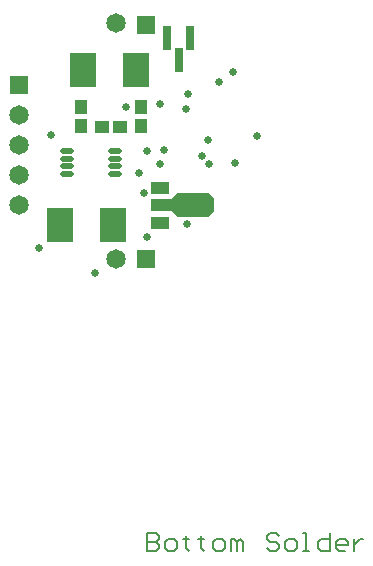
<source format=gbs>
%FSLAX25Y25*%
%MOIN*%
G70*
G01*
G75*
G04 Layer_Color=16711935*
%ADD10R,0.03150X0.02362*%
%ADD11R,0.04331X0.02559*%
%ADD12O,0.06693X0.01378*%
%ADD13R,0.02362X0.03150*%
%ADD14C,0.01500*%
%ADD15C,0.01000*%
%ADD16C,0.03000*%
%ADD17C,0.02500*%
%ADD18C,0.01300*%
%ADD19C,0.02000*%
%ADD20C,0.00800*%
%ADD21C,0.06496*%
%ADD22R,0.06496X0.06496*%
%ADD23R,0.06496X0.06496*%
%ADD24C,0.02000*%
G04:AMPARAMS|DCode=25|XSize=39.37mil|YSize=15.75mil|CornerRadius=3.94mil|HoleSize=0mil|Usage=FLASHONLY|Rotation=0.000|XOffset=0mil|YOffset=0mil|HoleType=Round|Shape=RoundedRectangle|*
%AMROUNDEDRECTD25*
21,1,0.03937,0.00787,0,0,0.0*
21,1,0.03150,0.01575,0,0,0.0*
1,1,0.00787,0.01575,-0.00394*
1,1,0.00787,-0.01575,-0.00394*
1,1,0.00787,-0.01575,0.00394*
1,1,0.00787,0.01575,0.00394*
%
%ADD25ROUNDEDRECTD25*%
G04:AMPARAMS|DCode=26|XSize=74.8mil|YSize=133.86mil|CornerRadius=0mil|HoleSize=0mil|Usage=FLASHONLY|Rotation=270.000|XOffset=0mil|YOffset=0mil|HoleType=Round|Shape=Octagon|*
%AMOCTAGOND26*
4,1,8,0.06693,0.01870,0.06693,-0.01870,0.04823,-0.03740,-0.04823,-0.03740,-0.06693,-0.01870,-0.06693,0.01870,-0.04823,0.03740,0.04823,0.03740,0.06693,0.01870,0.0*
%
%ADD26OCTAGOND26*%

%ADD27R,0.05512X0.03543*%
%ADD28R,0.07087X0.03543*%
%ADD29R,0.03740X0.03937*%
%ADD30R,0.08500X0.10799*%
%ADD31R,0.03937X0.03740*%
%ADD32R,0.02362X0.07480*%
%ADD33C,0.03500*%
%ADD34C,0.00984*%
%ADD35C,0.02362*%
%ADD36C,0.00700*%
%ADD37C,0.00787*%
%ADD38C,0.00600*%
%ADD39C,0.00500*%
%ADD40R,0.03750X0.02962*%
%ADD41R,0.04931X0.03159*%
%ADD42O,0.07293X0.01978*%
%ADD43R,0.02962X0.03750*%
%ADD44C,0.02600*%
G04:AMPARAMS|DCode=45|XSize=45.37mil|YSize=21.75mil|CornerRadius=6.94mil|HoleSize=0mil|Usage=FLASHONLY|Rotation=0.000|XOffset=0mil|YOffset=0mil|HoleType=Round|Shape=RoundedRectangle|*
%AMROUNDEDRECTD45*
21,1,0.04537,0.00787,0,0,0.0*
21,1,0.03150,0.02175,0,0,0.0*
1,1,0.01387,0.01575,-0.00394*
1,1,0.01387,-0.01575,-0.00394*
1,1,0.01387,-0.01575,0.00394*
1,1,0.01387,0.01575,0.00394*
%
%ADD45ROUNDEDRECTD45*%
G04:AMPARAMS|DCode=46|XSize=80.8mil|YSize=139.86mil|CornerRadius=0mil|HoleSize=0mil|Usage=FLASHONLY|Rotation=270.000|XOffset=0mil|YOffset=0mil|HoleType=Round|Shape=Octagon|*
%AMOCTAGOND46*
4,1,8,0.06993,0.02020,0.06993,-0.02020,0.04973,-0.04040,-0.04973,-0.04040,-0.06993,-0.02020,-0.06993,0.02020,-0.04973,0.04040,0.04973,0.04040,0.06993,0.02020,0.0*
%
%ADD46OCTAGOND46*%

%ADD47R,0.06112X0.04143*%
%ADD48R,0.07687X0.04143*%
%ADD49R,0.04340X0.04537*%
%ADD50R,0.09100X0.11399*%
%ADD51R,0.04537X0.04340*%
%ADD52R,0.02962X0.08080*%
D20*
X57700Y-79851D02*
Y-85849D01*
X60699D01*
X61699Y-84850D01*
Y-83850D01*
X60699Y-82850D01*
X57700D01*
X60699D01*
X61699Y-81851D01*
Y-80851D01*
X60699Y-79851D01*
X57700D01*
X64698Y-85849D02*
X66697D01*
X67697Y-84850D01*
Y-82850D01*
X66697Y-81851D01*
X64698D01*
X63698Y-82850D01*
Y-84850D01*
X64698Y-85849D01*
X70696Y-80851D02*
Y-81851D01*
X69696D01*
X71696D01*
X70696D01*
Y-84850D01*
X71696Y-85849D01*
X75694Y-80851D02*
Y-81851D01*
X74695D01*
X76694D01*
X75694D01*
Y-84850D01*
X76694Y-85849D01*
X80693D02*
X82692D01*
X83692Y-84850D01*
Y-82850D01*
X82692Y-81851D01*
X80693D01*
X79693Y-82850D01*
Y-84850D01*
X80693Y-85849D01*
X85691D02*
Y-81851D01*
X86691D01*
X87690Y-82850D01*
Y-85849D01*
Y-82850D01*
X88690Y-81851D01*
X89690Y-82850D01*
Y-85849D01*
X101686Y-80851D02*
X100686Y-79851D01*
X98687D01*
X97687Y-80851D01*
Y-81851D01*
X98687Y-82850D01*
X100686D01*
X101686Y-83850D01*
Y-84850D01*
X100686Y-85849D01*
X98687D01*
X97687Y-84850D01*
X104685Y-85849D02*
X106684D01*
X107684Y-84850D01*
Y-82850D01*
X106684Y-81851D01*
X104685D01*
X103685Y-82850D01*
Y-84850D01*
X104685Y-85849D01*
X109683D02*
X111682D01*
X110683D01*
Y-79851D01*
X109683D01*
X118680D02*
Y-85849D01*
X115681D01*
X114682Y-84850D01*
Y-82850D01*
X115681Y-81851D01*
X118680D01*
X123679Y-85849D02*
X121679D01*
X120680Y-84850D01*
Y-82850D01*
X121679Y-81851D01*
X123679D01*
X124678Y-82850D01*
Y-83850D01*
X120680D01*
X126678Y-81851D02*
Y-85849D01*
Y-83850D01*
X127677Y-82850D01*
X128677Y-81851D01*
X129677D01*
D21*
X47500Y90158D02*
D03*
X15000Y59600D02*
D03*
Y49600D02*
D03*
Y39600D02*
D03*
Y29600D02*
D03*
X47500Y11700D02*
D03*
D22*
X57500Y89657D02*
D03*
Y11700D02*
D03*
D23*
X15000Y69600D02*
D03*
D44*
X62120Y43180D02*
D03*
X55000Y40300D02*
D03*
X21900Y15300D02*
D03*
X71000Y23100D02*
D03*
X71400Y66600D02*
D03*
X63600Y47900D02*
D03*
X76100Y45779D02*
D03*
X81700Y70600D02*
D03*
X62100Y63200D02*
D03*
X40300Y7000D02*
D03*
X70800Y61600D02*
D03*
X78100Y51300D02*
D03*
X78400Y43220D02*
D03*
X25900Y53000D02*
D03*
X50900Y62100D02*
D03*
X86400Y74000D02*
D03*
X57700Y47600D02*
D03*
X56700Y33600D02*
D03*
X57900Y18800D02*
D03*
X65873Y29427D02*
D03*
X94500Y52600D02*
D03*
X87062Y43500D02*
D03*
D45*
X31129Y39961D02*
D03*
Y42520D02*
D03*
Y45079D02*
D03*
Y47639D02*
D03*
X47271Y39961D02*
D03*
Y42520D02*
D03*
Y45079D02*
D03*
Y47639D02*
D03*
D46*
X73143Y29500D02*
D03*
D47*
X62120Y35405D02*
D03*
Y23595D02*
D03*
D48*
X62907Y29500D02*
D03*
D49*
X35800Y55950D02*
D03*
Y62250D02*
D03*
X55800Y55950D02*
D03*
Y62250D02*
D03*
D50*
X54001Y74600D02*
D03*
X36599D02*
D03*
X46301Y23000D02*
D03*
X28899D02*
D03*
D51*
X48950Y55700D02*
D03*
X42650D02*
D03*
D52*
X72080Y85400D02*
D03*
X64600D02*
D03*
X68340Y77920D02*
D03*
M02*

</source>
